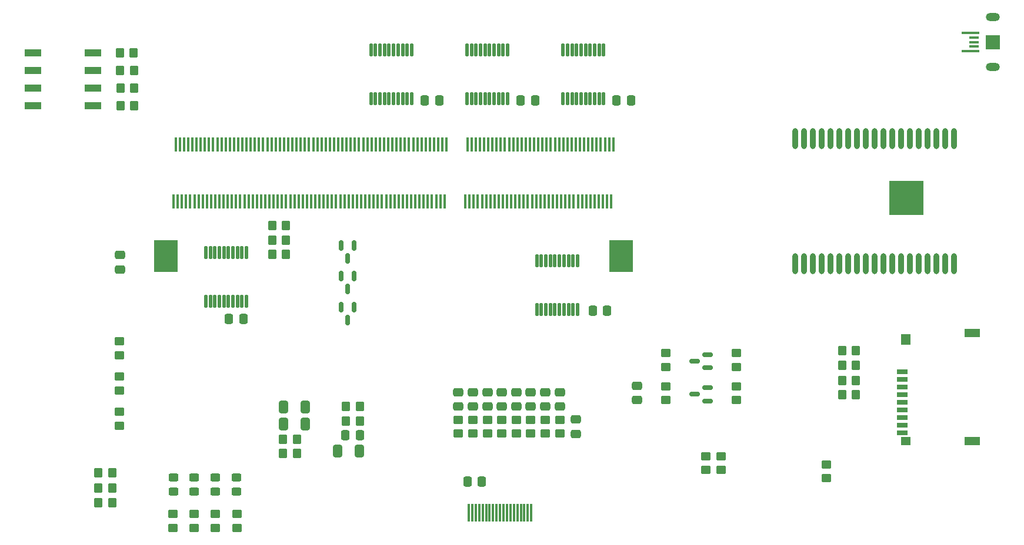
<source format=gbr>
%TF.GenerationSoftware,KiCad,Pcbnew,(6.0.9)*%
%TF.CreationDate,2022-12-28T10:19:48-08:00*%
%TF.ProjectId,NextTRS,4e657874-5452-4532-9e6b-696361645f70,rev?*%
%TF.SameCoordinates,Original*%
%TF.FileFunction,Paste,Top*%
%TF.FilePolarity,Positive*%
%FSLAX46Y46*%
G04 Gerber Fmt 4.6, Leading zero omitted, Abs format (unit mm)*
G04 Created by KiCad (PCBNEW (6.0.9)) date 2022-12-28 10:19:48*
%MOMM*%
%LPD*%
G01*
G04 APERTURE LIST*
G04 Aperture macros list*
%AMRoundRect*
0 Rectangle with rounded corners*
0 $1 Rounding radius*
0 $2 $3 $4 $5 $6 $7 $8 $9 X,Y pos of 4 corners*
0 Add a 4 corners polygon primitive as box body*
4,1,4,$2,$3,$4,$5,$6,$7,$8,$9,$2,$3,0*
0 Add four circle primitives for the rounded corners*
1,1,$1+$1,$2,$3*
1,1,$1+$1,$4,$5*
1,1,$1+$1,$6,$7*
1,1,$1+$1,$8,$9*
0 Add four rect primitives between the rounded corners*
20,1,$1+$1,$2,$3,$4,$5,0*
20,1,$1+$1,$4,$5,$6,$7,0*
20,1,$1+$1,$6,$7,$8,$9,0*
20,1,$1+$1,$8,$9,$2,$3,0*%
G04 Aperture macros list end*
%ADD10RoundRect,0.150000X0.587500X0.150000X-0.587500X0.150000X-0.587500X-0.150000X0.587500X-0.150000X0*%
%ADD11RoundRect,0.250000X0.350000X0.450000X-0.350000X0.450000X-0.350000X-0.450000X0.350000X-0.450000X0*%
%ADD12RoundRect,0.250000X0.475000X-0.337500X0.475000X0.337500X-0.475000X0.337500X-0.475000X-0.337500X0*%
%ADD13RoundRect,0.250000X-0.450000X0.350000X-0.450000X-0.350000X0.450000X-0.350000X0.450000X0.350000X0*%
%ADD14RoundRect,0.250000X-0.412500X-0.650000X0.412500X-0.650000X0.412500X0.650000X-0.412500X0.650000X0*%
%ADD15RoundRect,0.250000X0.450000X-0.350000X0.450000X0.350000X-0.450000X0.350000X-0.450000X-0.350000X0*%
%ADD16R,2.440000X1.120000*%
%ADD17RoundRect,0.250000X0.450000X-0.325000X0.450000X0.325000X-0.450000X0.325000X-0.450000X-0.325000X0*%
%ADD18RoundRect,0.250000X0.337500X0.475000X-0.337500X0.475000X-0.337500X-0.475000X0.337500X-0.475000X0*%
%ADD19RoundRect,0.250000X-0.350000X-0.450000X0.350000X-0.450000X0.350000X0.450000X-0.350000X0.450000X0*%
%ADD20RoundRect,0.250000X0.412500X0.650000X-0.412500X0.650000X-0.412500X-0.650000X0.412500X-0.650000X0*%
%ADD21RoundRect,0.250000X-0.475000X0.337500X-0.475000X-0.337500X0.475000X-0.337500X0.475000X0.337500X0*%
%ADD22RoundRect,0.250000X-0.337500X-0.475000X0.337500X-0.475000X0.337500X0.475000X-0.337500X0.475000X0*%
%ADD23RoundRect,0.150000X-0.150000X0.587500X-0.150000X-0.587500X0.150000X-0.587500X0.150000X0.587500X0*%
%ADD24R,0.300000X2.600000*%
%ADD25R,1.600000X0.700000*%
%ADD26R,1.400000X1.600000*%
%ADD27R,2.200000X1.200000*%
%ADD28R,1.400000X1.200000*%
%ADD29RoundRect,0.125000X-0.125000X0.825000X-0.125000X-0.825000X0.125000X-0.825000X0.125000X0.825000X0*%
%ADD30O,0.900000X3.000000*%
%ADD31R,5.000000X5.000000*%
%ADD32R,2.000000X2.000000*%
%ADD33O,2.000000X1.200000*%
%ADD34R,2.500000X0.400000*%
%ADD35R,1.350000X0.400000*%
%ADD36R,0.350000X2.000000*%
%ADD37R,3.500000X4.600000*%
G04 APERTURE END LIST*
D10*
%TO.C,Q2*%
X123678833Y-121683200D03*
X123678833Y-119783200D03*
X121803833Y-120733200D03*
%TD*%
D11*
%TO.C,R33*%
X41081200Y-76250800D03*
X39081200Y-76250800D03*
%TD*%
D12*
%TO.C,C17*%
X113504266Y-126363500D03*
X113504266Y-124288500D03*
%TD*%
D13*
%TO.C,R39*%
X52869732Y-142764000D03*
X52869732Y-144764000D03*
%TD*%
D14*
%TO.C,C15*%
X70451999Y-133698599D03*
X73576999Y-133698599D03*
%TD*%
D15*
%TO.C,R8*%
X94081600Y-131175000D03*
X94081600Y-129175000D03*
%TD*%
D13*
%TO.C,R40*%
X55930800Y-142764000D03*
X55930800Y-144764000D03*
%TD*%
D16*
%TO.C,SW3*%
X26581400Y-76250800D03*
X26581400Y-78790800D03*
X26581400Y-81330800D03*
X26581400Y-83870800D03*
X35191400Y-83870800D03*
X35191400Y-81330800D03*
X35191400Y-78790800D03*
X35191400Y-76250800D03*
%TD*%
D11*
%TO.C,R29*%
X63026800Y-101193600D03*
X61026800Y-101193600D03*
%TD*%
D17*
%TO.C,D3*%
X49823666Y-139556600D03*
X49823666Y-137506600D03*
%TD*%
D18*
%TO.C,C16*%
X109241500Y-113487200D03*
X107166500Y-113487200D03*
%TD*%
D13*
%TO.C,R27*%
X117652800Y-124356000D03*
X117652800Y-126356000D03*
%TD*%
D15*
%TO.C,R10*%
X89916000Y-131175000D03*
X89916000Y-129175000D03*
%TD*%
D11*
%TO.C,R35*%
X41182800Y-81330800D03*
X39182800Y-81330800D03*
%TD*%
D17*
%TO.C,D2*%
X46792600Y-139556600D03*
X46792600Y-137506600D03*
%TD*%
D15*
%TO.C,R7*%
X96164400Y-131175000D03*
X96164400Y-129175000D03*
%TD*%
D19*
%TO.C,R16*%
X143068800Y-125577600D03*
X145068800Y-125577600D03*
%TD*%
D20*
%TO.C,C12*%
X65787599Y-127314799D03*
X62662599Y-127314799D03*
%TD*%
D21*
%TO.C,C6*%
X91998800Y-125200500D03*
X91998800Y-127275500D03*
%TD*%
D11*
%TO.C,R34*%
X41132000Y-78790800D03*
X39132000Y-78790800D03*
%TD*%
%TO.C,R2*%
X37982400Y-136855200D03*
X35982400Y-136855200D03*
%TD*%
D21*
%TO.C,C4*%
X96164400Y-125200500D03*
X96164400Y-127275500D03*
%TD*%
D15*
%TO.C,R19*%
X127829866Y-126356000D03*
X127829866Y-124356000D03*
%TD*%
D13*
%TO.C,R31*%
X125628400Y-134432800D03*
X125628400Y-136432800D03*
%TD*%
D21*
%TO.C,C3*%
X98247200Y-125200500D03*
X98247200Y-127275500D03*
%TD*%
%TO.C,C7*%
X89916000Y-125200500D03*
X89916000Y-127275500D03*
%TD*%
%TO.C,C1*%
X102412800Y-125200500D03*
X102412800Y-127275500D03*
%TD*%
D18*
%TO.C,C19*%
X85060700Y-83108800D03*
X82985700Y-83108800D03*
%TD*%
D21*
%TO.C,C8*%
X87833200Y-125200500D03*
X87833200Y-127275500D03*
%TD*%
D22*
%TO.C,C23*%
X89132500Y-138112500D03*
X91207500Y-138112500D03*
%TD*%
D23*
%TO.C,Q3*%
X72832000Y-104066100D03*
X70932000Y-104066100D03*
X71882000Y-105941100D03*
%TD*%
D24*
%TO.C,J7*%
X98327600Y-142619800D03*
X97827600Y-142619800D03*
X97327600Y-142619800D03*
X96827600Y-142619800D03*
X96327600Y-142619800D03*
X95827600Y-142619800D03*
X95327600Y-142619800D03*
X94827600Y-142619800D03*
X94327600Y-142619800D03*
X93827600Y-142619800D03*
X93327600Y-142619800D03*
X92827600Y-142619800D03*
X92327600Y-142619800D03*
X91827600Y-142619800D03*
X91327600Y-142619800D03*
X90827600Y-142619800D03*
X90327600Y-142619800D03*
X89827600Y-142619800D03*
X89327600Y-142619800D03*
%TD*%
D25*
%TO.C,J9*%
X151715700Y-122260000D03*
X151715700Y-123360000D03*
X151715700Y-124460000D03*
X151715700Y-125560000D03*
X151715700Y-126660000D03*
X151715700Y-127760000D03*
X151715700Y-128860000D03*
X151715700Y-129960000D03*
X151715700Y-131060000D03*
D26*
X152215700Y-117610000D03*
D27*
X161815700Y-116710000D03*
X161815700Y-132210000D03*
D28*
X152215700Y-132210000D03*
%TD*%
D11*
%TO.C,R36*%
X41182800Y-83870800D03*
X39182800Y-83870800D03*
%TD*%
D19*
%TO.C,R17*%
X143068800Y-121361200D03*
X145068800Y-121361200D03*
%TD*%
D13*
%TO.C,R13*%
X39014400Y-122952000D03*
X39014400Y-124952000D03*
%TD*%
D11*
%TO.C,R26*%
X63026800Y-105359200D03*
X61026800Y-105359200D03*
%TD*%
D23*
%TO.C,Q4*%
X72832000Y-108485700D03*
X70932000Y-108485700D03*
X71882000Y-110360700D03*
%TD*%
D13*
%TO.C,R32*%
X123444000Y-134432800D03*
X123444000Y-136432800D03*
%TD*%
D19*
%TO.C,R18*%
X143068800Y-119227600D03*
X145068800Y-119227600D03*
%TD*%
D11*
%TO.C,R1*%
X37982400Y-141173200D03*
X35982400Y-141173200D03*
%TD*%
D29*
%TO.C,U3*%
X108741400Y-75900400D03*
X108091400Y-75900400D03*
X107441400Y-75900400D03*
X106791400Y-75900400D03*
X106141400Y-75900400D03*
X105491400Y-75900400D03*
X104841400Y-75900400D03*
X104191400Y-75900400D03*
X103541400Y-75900400D03*
X102891400Y-75900400D03*
X102891400Y-82900400D03*
X103541400Y-82900400D03*
X104191400Y-82900400D03*
X104841400Y-82900400D03*
X105491400Y-82900400D03*
X106141400Y-82900400D03*
X106791400Y-82900400D03*
X107441400Y-82900400D03*
X108091400Y-82900400D03*
X108741400Y-82900400D03*
%TD*%
D10*
%TO.C,Q1*%
X123678833Y-126456000D03*
X123678833Y-124556000D03*
X121803833Y-125506000D03*
%TD*%
D17*
%TO.C,D4*%
X52854732Y-139556600D03*
X52854732Y-137506600D03*
%TD*%
D29*
%TO.C,U4*%
X104982200Y-106278800D03*
X104332200Y-106278800D03*
X103682200Y-106278800D03*
X103032200Y-106278800D03*
X102382200Y-106278800D03*
X101732200Y-106278800D03*
X101082200Y-106278800D03*
X100432200Y-106278800D03*
X99782200Y-106278800D03*
X99132200Y-106278800D03*
X99132200Y-113278800D03*
X99782200Y-113278800D03*
X100432200Y-113278800D03*
X101082200Y-113278800D03*
X101732200Y-113278800D03*
X102382200Y-113278800D03*
X103032200Y-113278800D03*
X103682200Y-113278800D03*
X104332200Y-113278800D03*
X104982200Y-113278800D03*
%TD*%
D30*
%TO.C,U1*%
X159211600Y-88637600D03*
X157941600Y-88637600D03*
X156671600Y-88637600D03*
X155401600Y-88637600D03*
X154131600Y-88637600D03*
X152861600Y-88637600D03*
X151591600Y-88637600D03*
X150321600Y-88637600D03*
X149051600Y-88637600D03*
X147781600Y-88637600D03*
X146511600Y-88637600D03*
X145241600Y-88637600D03*
X143971600Y-88637600D03*
X142701600Y-88637600D03*
X141401600Y-88637600D03*
X140131600Y-88637600D03*
X138861600Y-88637600D03*
X137591600Y-88637600D03*
X136321600Y-88637600D03*
X136321600Y-106637600D03*
X137591600Y-106637600D03*
X138861600Y-106637600D03*
X140131600Y-106637600D03*
X141401600Y-106637600D03*
X142701600Y-106667600D03*
X143971600Y-106667600D03*
X145241600Y-106667600D03*
X146511600Y-106667600D03*
X147781600Y-106667600D03*
X149051600Y-106667600D03*
X150321600Y-106667600D03*
X151591600Y-106667600D03*
X152861600Y-106667600D03*
X154131600Y-106667600D03*
X155401600Y-106667600D03*
X156671600Y-106667600D03*
X157941600Y-106667600D03*
X159211600Y-106667600D03*
D31*
X152291600Y-97237600D03*
%TD*%
D12*
%TO.C,C21*%
X104775000Y-131212500D03*
X104775000Y-129137500D03*
%TD*%
D15*
%TO.C,R30*%
X140817600Y-137601200D03*
X140817600Y-135601200D03*
%TD*%
D11*
%TO.C,R24*%
X73674899Y-129329799D03*
X71674899Y-129329799D03*
%TD*%
D23*
%TO.C,Q5*%
X72832000Y-112905300D03*
X70932000Y-112905300D03*
X71882000Y-114780300D03*
%TD*%
D21*
%TO.C,C5*%
X94081600Y-125200500D03*
X94081600Y-127275500D03*
%TD*%
D13*
%TO.C,R12*%
X39014400Y-117855999D03*
X39014400Y-119855999D03*
%TD*%
D11*
%TO.C,R22*%
X64615499Y-131988399D03*
X62615499Y-131988399D03*
%TD*%
D32*
%TO.C,J12*%
X164769700Y-74726800D03*
D33*
X164769700Y-78301800D03*
X164769700Y-71151800D03*
D34*
X161518500Y-76026800D03*
D35*
X162094700Y-75376800D03*
X162094700Y-74726800D03*
X162094700Y-74076800D03*
D34*
X161518500Y-73426800D03*
%TD*%
D18*
%TO.C,C11*%
X112695900Y-83108800D03*
X110620900Y-83108800D03*
%TD*%
D11*
%TO.C,R28*%
X63026800Y-103276400D03*
X61026800Y-103276400D03*
%TD*%
%TO.C,R23*%
X73674899Y-127246999D03*
X71674899Y-127246999D03*
%TD*%
D15*
%TO.C,R4*%
X102412800Y-131175000D03*
X102412800Y-129175000D03*
%TD*%
D13*
%TO.C,R38*%
X49808666Y-142764000D03*
X49808666Y-144764000D03*
%TD*%
%TO.C,R20*%
X127829866Y-119583200D03*
X127829866Y-121583200D03*
%TD*%
D29*
%TO.C,U2*%
X94923800Y-75900400D03*
X94273800Y-75900400D03*
X93623800Y-75900400D03*
X92973800Y-75900400D03*
X92323800Y-75900400D03*
X91673800Y-75900400D03*
X91023800Y-75900400D03*
X90373800Y-75900400D03*
X89723800Y-75900400D03*
X89073800Y-75900400D03*
X89073800Y-82900400D03*
X89723800Y-82900400D03*
X90373800Y-82900400D03*
X91023800Y-82900400D03*
X91673800Y-82900400D03*
X92323800Y-82900400D03*
X92973800Y-82900400D03*
X93623800Y-82900400D03*
X94273800Y-82900400D03*
X94923800Y-82900400D03*
%TD*%
D21*
%TO.C,C2*%
X100330000Y-125200500D03*
X100330000Y-127275500D03*
%TD*%
D36*
%TO.C,Conn1*%
X110136000Y-89469700D03*
X109836000Y-97669700D03*
X109536000Y-89469700D03*
X109236000Y-97669700D03*
X108936000Y-89469700D03*
X108636000Y-97669700D03*
X108336000Y-89469700D03*
X108036000Y-97669700D03*
X107736000Y-89469700D03*
X107436000Y-97669700D03*
X107136000Y-89469700D03*
X106836000Y-97669700D03*
X106536000Y-89469700D03*
X106236000Y-97669700D03*
X105936000Y-89469700D03*
X105636000Y-97669700D03*
X105336000Y-89469700D03*
X105036000Y-97669700D03*
X104736000Y-89469700D03*
X104436000Y-97669700D03*
X104136000Y-89469700D03*
X103836000Y-97669700D03*
X103536000Y-89469700D03*
X103236000Y-97669700D03*
X102936000Y-89469700D03*
X102636000Y-97669700D03*
X102336000Y-89469700D03*
X102036000Y-97669700D03*
X101736000Y-89469700D03*
X101436000Y-97669700D03*
X101136000Y-89469700D03*
X100836000Y-97669700D03*
X100536000Y-89469700D03*
X100236000Y-97669700D03*
X99936000Y-89469700D03*
X99636000Y-97669700D03*
X99336000Y-89469700D03*
X99036000Y-97669700D03*
X98736000Y-89469700D03*
X98436000Y-97669700D03*
X98136000Y-89469700D03*
X97836000Y-97669700D03*
X97536000Y-89469700D03*
X97236000Y-97669700D03*
X96936000Y-89469700D03*
X96636000Y-97669700D03*
X96336000Y-89469700D03*
X96036000Y-97669700D03*
X95736000Y-89469700D03*
X95436000Y-97669700D03*
X95136000Y-89469700D03*
X94836000Y-97669700D03*
X94536000Y-89469700D03*
X94236000Y-97669700D03*
X93936000Y-89469700D03*
X93636000Y-97669700D03*
X93336000Y-89469700D03*
X93036000Y-97669700D03*
X92736000Y-89469700D03*
X92436000Y-97669700D03*
X92136000Y-89469700D03*
X91836000Y-97669700D03*
X91536000Y-89469700D03*
X91236000Y-97669700D03*
X90936000Y-89469700D03*
X90636000Y-97669700D03*
X90336000Y-89469700D03*
X90036000Y-97669700D03*
X89736000Y-89469700D03*
X89436000Y-97669700D03*
X89136000Y-89469700D03*
X88836000Y-97669700D03*
X86136000Y-89469700D03*
X85836000Y-97669700D03*
X85536000Y-89469700D03*
X85236000Y-97669700D03*
X84936000Y-89469700D03*
X84636000Y-97669700D03*
X84336000Y-89469700D03*
X84036000Y-97669700D03*
X83736000Y-89469700D03*
X83436000Y-97669700D03*
X83136000Y-89469700D03*
X82836000Y-97669700D03*
X82536000Y-89469700D03*
X82236000Y-97669700D03*
X81936000Y-89469700D03*
X81636000Y-97669700D03*
X81336000Y-89469700D03*
X81036000Y-97669700D03*
X80736000Y-89469700D03*
X80436000Y-97669700D03*
X80136000Y-89469700D03*
X79836000Y-97669700D03*
X79536000Y-89469700D03*
X79236000Y-97669700D03*
X78936000Y-89469700D03*
X78636000Y-97669700D03*
X78336000Y-89469700D03*
X78036000Y-97669700D03*
X77736000Y-89469700D03*
X77436000Y-97669700D03*
X77136000Y-89469700D03*
X76836000Y-97669700D03*
X76536000Y-89469700D03*
X76236000Y-97669700D03*
X75936000Y-89469700D03*
X75636000Y-97669700D03*
X75336000Y-89469700D03*
X75036000Y-97669700D03*
X74736000Y-89469700D03*
X74436000Y-97669700D03*
X74136000Y-89469700D03*
X73836000Y-97669700D03*
X73536000Y-89469700D03*
X73236000Y-97669700D03*
X72936000Y-89469700D03*
X72636000Y-97669700D03*
X72336000Y-89469700D03*
X72036000Y-97669700D03*
X71736000Y-89469700D03*
X71436000Y-97669700D03*
X71136000Y-89469700D03*
X70836000Y-97669700D03*
X70536000Y-89469700D03*
X70236000Y-97669700D03*
X69936000Y-89469700D03*
X69636000Y-97669700D03*
X69336000Y-89469700D03*
X69036000Y-97669700D03*
X68736000Y-89469700D03*
X68436000Y-97669700D03*
X68136000Y-89469700D03*
X67836000Y-97669700D03*
X67536000Y-89469700D03*
X67236000Y-97669700D03*
X66936000Y-89469700D03*
X66636000Y-97669700D03*
X66336000Y-89469700D03*
X66036000Y-97669700D03*
X65736000Y-89469700D03*
X65436000Y-97669700D03*
X65136000Y-89469700D03*
X64836000Y-97669700D03*
X64536000Y-89469700D03*
X64236000Y-97669700D03*
X63936000Y-89469700D03*
X63636000Y-97669700D03*
X63336000Y-89469700D03*
X63036000Y-97669700D03*
X62736000Y-89469700D03*
X62436000Y-97669700D03*
X62136000Y-89469700D03*
X61836000Y-97669700D03*
X61536000Y-89469700D03*
X61236000Y-97669700D03*
X60936000Y-89469700D03*
X60636000Y-97669700D03*
X60336000Y-89469700D03*
X60036000Y-97669700D03*
X59736000Y-89469700D03*
X59436000Y-97669700D03*
X59136000Y-89469700D03*
X58836000Y-97669700D03*
X58536000Y-89469700D03*
X58236000Y-97669700D03*
X57936000Y-89469700D03*
X57636000Y-97669700D03*
X57336000Y-89469700D03*
X57036000Y-97669700D03*
X56736000Y-89469700D03*
X56436000Y-97669700D03*
X56136000Y-89469700D03*
X55836000Y-97669700D03*
X55536000Y-89469700D03*
X55236000Y-97669700D03*
X54936000Y-89469700D03*
X54636000Y-97669700D03*
X54336000Y-89469700D03*
X54036000Y-97669700D03*
X53736000Y-89469700D03*
X53436000Y-97669700D03*
X53136000Y-89469700D03*
X52836000Y-97669700D03*
X52536000Y-89469700D03*
X52236000Y-97669700D03*
X51936000Y-89469700D03*
X51636000Y-97669700D03*
X51336000Y-89469700D03*
X51036000Y-97669700D03*
X50736000Y-89469700D03*
X50436000Y-97669700D03*
X50136000Y-89469700D03*
X49836000Y-97669700D03*
X49536000Y-89469700D03*
X49236000Y-97669700D03*
X48936000Y-89469700D03*
X48636000Y-97669700D03*
X48336000Y-89469700D03*
X48036000Y-97669700D03*
X47736000Y-89469700D03*
X47436000Y-97669700D03*
X47136000Y-89469700D03*
X46836000Y-97669700D03*
D37*
X111286000Y-105569700D03*
X45686000Y-105569700D03*
%TD*%
D13*
%TO.C,R37*%
X46747600Y-142764000D03*
X46747600Y-144764000D03*
%TD*%
D15*
%TO.C,R5*%
X100330000Y-131175000D03*
X100330000Y-129175000D03*
%TD*%
D11*
%TO.C,R3*%
X37982400Y-138988800D03*
X35982400Y-138988800D03*
%TD*%
D15*
%TO.C,R25*%
X117652800Y-121583200D03*
X117652800Y-119583200D03*
%TD*%
D17*
%TO.C,D5*%
X55885800Y-139556600D03*
X55885800Y-137506600D03*
%TD*%
D15*
%TO.C,R11*%
X87833200Y-131175000D03*
X87833200Y-129175000D03*
%TD*%
%TO.C,R9*%
X91998800Y-131175000D03*
X91998800Y-129175000D03*
%TD*%
D18*
%TO.C,C18*%
X56866700Y-114655600D03*
X54791700Y-114655600D03*
%TD*%
D13*
%TO.C,R14*%
X39014400Y-128032000D03*
X39014400Y-130032000D03*
%TD*%
D29*
%TO.C,U5*%
X57331800Y-105110400D03*
X56681800Y-105110400D03*
X56031800Y-105110400D03*
X55381800Y-105110400D03*
X54731800Y-105110400D03*
X54081800Y-105110400D03*
X53431800Y-105110400D03*
X52781800Y-105110400D03*
X52131800Y-105110400D03*
X51481800Y-105110400D03*
X51481800Y-112110400D03*
X52131800Y-112110400D03*
X52781800Y-112110400D03*
X53431800Y-112110400D03*
X54081800Y-112110400D03*
X54731800Y-112110400D03*
X55381800Y-112110400D03*
X56031800Y-112110400D03*
X56681800Y-112110400D03*
X57331800Y-112110400D03*
%TD*%
D18*
%TO.C,C10*%
X98878300Y-83108800D03*
X96803300Y-83108800D03*
%TD*%
D19*
%TO.C,R15*%
X143068800Y-123494800D03*
X145068800Y-123494800D03*
%TD*%
D15*
%TO.C,R6*%
X98247200Y-131175000D03*
X98247200Y-129175000D03*
%TD*%
D19*
%TO.C,R21*%
X62615499Y-134020399D03*
X64615499Y-134020399D03*
%TD*%
D29*
%TO.C,U6*%
X81106200Y-75900400D03*
X80456200Y-75900400D03*
X79806200Y-75900400D03*
X79156200Y-75900400D03*
X78506200Y-75900400D03*
X77856200Y-75900400D03*
X77206200Y-75900400D03*
X76556200Y-75900400D03*
X75906200Y-75900400D03*
X75256200Y-75900400D03*
X75256200Y-82900400D03*
X75906200Y-82900400D03*
X76556200Y-82900400D03*
X77206200Y-82900400D03*
X77856200Y-82900400D03*
X78506200Y-82900400D03*
X79156200Y-82900400D03*
X79806200Y-82900400D03*
X80456200Y-82900400D03*
X81106200Y-82900400D03*
%TD*%
D21*
%TO.C,C9*%
X39116000Y-105439300D03*
X39116000Y-107514300D03*
%TD*%
D18*
%TO.C,C13*%
X73661599Y-131412599D03*
X71586599Y-131412599D03*
%TD*%
D14*
%TO.C,C14*%
X62662599Y-129753199D03*
X65787599Y-129753199D03*
%TD*%
M02*

</source>
